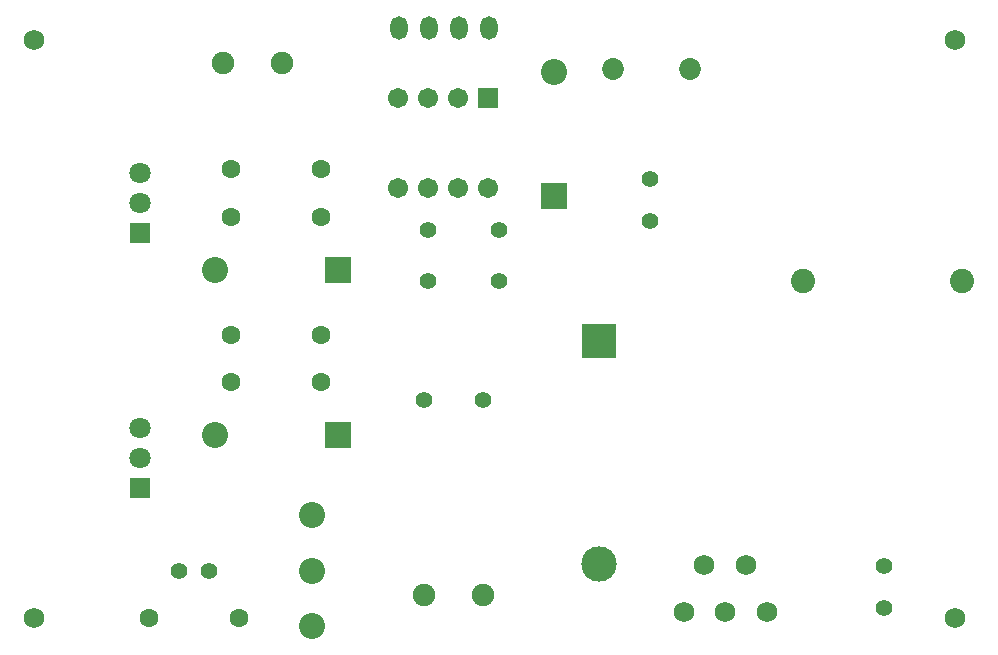
<source format=gbs>
%FSTAX23Y23*%
%MOIN*%
%SFA1B1*%

%IPPOS*%
%ADD19C,0.068000*%
%ADD20C,0.086740*%
%ADD21C,0.063120*%
%ADD22C,0.070990*%
%ADD23R,0.070990X0.070990*%
%ADD24O,0.058000X0.078000*%
%ADD25C,0.072960*%
%ADD26C,0.080830*%
%ADD27C,0.074930*%
%ADD28R,0.067060X0.067060*%
%ADD29C,0.067060*%
%ADD30R,0.118240X0.118240*%
%ADD31C,0.118240*%
%ADD32R,0.086740X0.086740*%
%ADD33R,0.086740X0.086740*%
%ADD34C,0.055240*%
%LNpcb1-1*%
%LPD*%
G54D19*
X02678Y00157D03*
X02609Y00314D03*
X0254Y00157D03*
X02471Y00314D03*
X02402Y00157D03*
X03307Y00137D03*
Y02066D03*
X00236D03*
Y00137D03*
G54D20*
X01162Y0048D03*
Y00295D03*
Y0011D03*
X00838Y01299D03*
X01969Y01957D03*
X00838Y00748D03*
G54D21*
X00894Y01476D03*
X01194D03*
X00894Y01633D03*
X01194D03*
X00894Y01082D03*
X01194D03*
X00894Y00925D03*
X01194D03*
X00918Y00137D03*
X00618D03*
G54D22*
X0059Y0162D03*
Y0152D03*
Y0077D03*
Y0067D03*
G54D23*
X0059Y0142D03*
Y0057D03*
G54D24*
X01554Y02106D03*
X01654D03*
X01754D03*
X01454D03*
G54D25*
X02422Y01968D03*
X02166D03*
G54D26*
X028Y0126D03*
X03331D03*
G54D27*
X00867Y01988D03*
X01064D03*
X01733Y00216D03*
X01536D03*
G54D28*
X0175Y0187D03*
G54D29*
X0165Y0187D03*
X0155D03*
X0145D03*
X0175Y0157D03*
X0165D03*
X0155D03*
X0145D03*
G54D30*
X0212Y0106D03*
G54D31*
X0212Y00319D03*
G54D32*
X0125Y01299D03*
Y00748D03*
G54D33*
X01969Y01546D03*
G54D34*
X00718Y00295D03*
X00818D03*
X01786Y0143D03*
X0155D03*
X01786Y0126D03*
X0155D03*
X0229Y01462D03*
Y016D03*
X0307Y0031D03*
Y00172D03*
X01536Y00866D03*
X01733D03*
M02*
</source>
